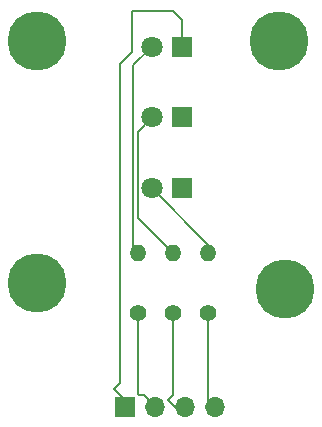
<source format=gbr>
%TF.GenerationSoftware,KiCad,Pcbnew,8.0.8*%
%TF.CreationDate,2025-01-25T13:46:23+05:30*%
%TF.ProjectId,Traffic Light,54726166-6669-4632-904c-696768742e6b,rev?*%
%TF.SameCoordinates,Original*%
%TF.FileFunction,Copper,L1,Top*%
%TF.FilePolarity,Positive*%
%FSLAX46Y46*%
G04 Gerber Fmt 4.6, Leading zero omitted, Abs format (unit mm)*
G04 Created by KiCad (PCBNEW 8.0.8) date 2025-01-25 13:46:23*
%MOMM*%
%LPD*%
G01*
G04 APERTURE LIST*
%TA.AperFunction,ComponentPad*%
%ADD10O,1.400000X1.400000*%
%TD*%
%TA.AperFunction,ComponentPad*%
%ADD11C,1.400000*%
%TD*%
%TA.AperFunction,ComponentPad*%
%ADD12R,1.700000X1.700000*%
%TD*%
%TA.AperFunction,ComponentPad*%
%ADD13O,1.700000X1.700000*%
%TD*%
%TA.AperFunction,ComponentPad*%
%ADD14C,5.000000*%
%TD*%
%TA.AperFunction,ComponentPad*%
%ADD15R,1.800000X1.800000*%
%TD*%
%TA.AperFunction,ComponentPad*%
%ADD16C,1.800000*%
%TD*%
%TA.AperFunction,Conductor*%
%ADD17C,0.200000*%
%TD*%
G04 APERTURE END LIST*
D10*
%TO.P,R3,2*%
%TO.N,Net-(D3-A)*%
X156000000Y-76960000D03*
D11*
%TO.P,R3,1*%
%TO.N,Net-(J1-Pin_4)*%
X156000000Y-82040000D03*
%TD*%
D10*
%TO.P,R2,2*%
%TO.N,Net-(D2-A)*%
X153000000Y-76960000D03*
D11*
%TO.P,R2,1*%
%TO.N,Net-(J1-Pin_3)*%
X153000000Y-82040000D03*
%TD*%
%TO.P,R1,1*%
%TO.N,Net-(J1-Pin_2)*%
X150000000Y-82040000D03*
D10*
%TO.P,R1,2*%
%TO.N,Net-(D1-A)*%
X150000000Y-76960000D03*
%TD*%
D12*
%TO.P,J1,1,Pin_1*%
%TO.N,Net-(D1-K)*%
X148960000Y-90000000D03*
D13*
%TO.P,J1,2,Pin_2*%
%TO.N,Net-(J1-Pin_2)*%
X151500000Y-90000000D03*
%TO.P,J1,3,Pin_3*%
%TO.N,Net-(J1-Pin_3)*%
X154040000Y-90000000D03*
%TO.P,J1,4,Pin_4*%
%TO.N,Net-(J1-Pin_4)*%
X156580000Y-90000000D03*
%TD*%
D14*
%TO.P,H4,1*%
%TO.N,N/C*%
X162500000Y-80000000D03*
%TD*%
%TO.P,H3,1*%
%TO.N,N/C*%
X141500000Y-59000000D03*
%TD*%
%TO.P,H2,1*%
%TO.N,N/C*%
X162000000Y-59000000D03*
%TD*%
%TO.P,H1,1*%
%TO.N,N/C*%
X141500000Y-79500000D03*
%TD*%
D15*
%TO.P,D3,1,K*%
%TO.N,Net-(D1-K)*%
X153770000Y-71500000D03*
D16*
%TO.P,D3,2,A*%
%TO.N,Net-(D3-A)*%
X151230000Y-71500000D03*
%TD*%
D15*
%TO.P,D2,1,K*%
%TO.N,Net-(D1-K)*%
X153770000Y-65500000D03*
D16*
%TO.P,D2,2,A*%
%TO.N,Net-(D2-A)*%
X151230000Y-65500000D03*
%TD*%
D15*
%TO.P,D1,1,K*%
%TO.N,Net-(D1-K)*%
X153770000Y-59500000D03*
D16*
%TO.P,D1,2,A*%
%TO.N,Net-(D1-A)*%
X151230000Y-59500000D03*
%TD*%
D17*
%TO.N,Net-(J1-Pin_4)*%
X156000000Y-89420000D02*
X156580000Y-90000000D01*
X156000000Y-82040000D02*
X156000000Y-89420000D01*
%TO.N,Net-(J1-Pin_3)*%
X153126346Y-90000000D02*
X154040000Y-90000000D01*
X152563173Y-89436827D02*
X153126346Y-90000000D01*
X153000000Y-89000000D02*
X152563173Y-89436827D01*
X153000000Y-82040000D02*
X153000000Y-89000000D01*
%TO.N,Net-(J1-Pin_2)*%
X150500000Y-89000000D02*
X151500000Y-90000000D01*
X150110000Y-89000000D02*
X150500000Y-89000000D01*
X150000000Y-88890000D02*
X150110000Y-89000000D01*
%TO.N,Net-(D1-K)*%
X148960000Y-89460000D02*
X148960000Y-90000000D01*
X148000000Y-88500000D02*
X148960000Y-89460000D01*
X148500000Y-61000000D02*
X148500000Y-88000000D01*
X149500000Y-60000000D02*
X148500000Y-61000000D01*
X149500000Y-56500000D02*
X149500000Y-60000000D01*
X153000000Y-56500000D02*
X149500000Y-56500000D01*
X153770000Y-57270000D02*
X153000000Y-56500000D01*
X148500000Y-88000000D02*
X148000000Y-88500000D01*
X153770000Y-59500000D02*
X153770000Y-57270000D01*
%TO.N,Net-(D1-A)*%
X149630000Y-76590000D02*
X150000000Y-76960000D01*
X149630000Y-61100000D02*
X149630000Y-76590000D01*
X151230000Y-59500000D02*
X149630000Y-61100000D01*
%TO.N,Net-(D2-A)*%
X150030000Y-66700000D02*
X150030000Y-73990000D01*
X151230000Y-65500000D02*
X150030000Y-66700000D01*
X150030000Y-73990000D02*
X153000000Y-76960000D01*
%TO.N,Net-(D3-A)*%
X156000000Y-76270000D02*
X156000000Y-76960000D01*
X151230000Y-71500000D02*
X156000000Y-76270000D01*
%TO.N,Net-(J1-Pin_2)*%
X150000000Y-82040000D02*
X150000000Y-88890000D01*
%TD*%
M02*

</source>
